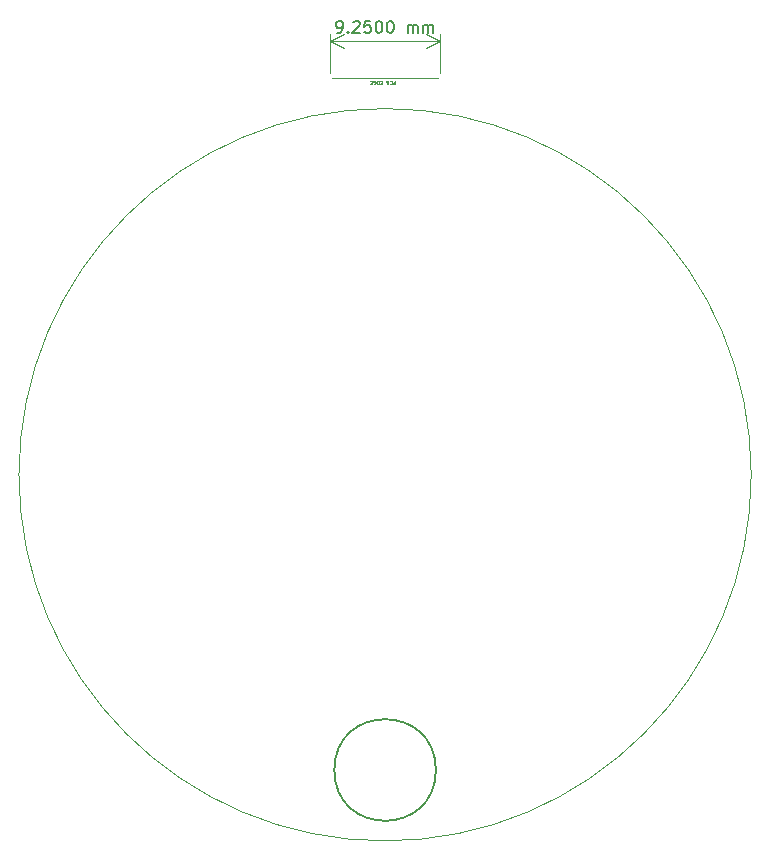
<source format=gbr>
%TF.GenerationSoftware,KiCad,Pcbnew,7.0.5*%
%TF.CreationDate,2023-07-02T01:00:18-05:00*%
%TF.ProjectId,RP2040,52503230-3430-42e6-9b69-6361645f7063,REV1*%
%TF.SameCoordinates,Original*%
%TF.FileFunction,Other,Comment*%
%FSLAX46Y46*%
G04 Gerber Fmt 4.6, Leading zero omitted, Abs format (unit mm)*
G04 Created by KiCad (PCBNEW 7.0.5) date 2023-07-02 01:00:18*
%MOMM*%
%LPD*%
G01*
G04 APERTURE LIST*
%ADD10C,0.150000*%
%ADD11C,0.100000*%
%ADD12C,0.037500*%
%ADD13C,0.120000*%
G04 APERTURE END LIST*
D10*
X-4047619Y37416563D02*
X-3857143Y37416563D01*
X-3857143Y37416563D02*
X-3761905Y37464182D01*
X-3761905Y37464182D02*
X-3714286Y37511801D01*
X-3714286Y37511801D02*
X-3619048Y37654658D01*
X-3619048Y37654658D02*
X-3571429Y37845135D01*
X-3571429Y37845135D02*
X-3571429Y38226087D01*
X-3571429Y38226087D02*
X-3619048Y38321325D01*
X-3619048Y38321325D02*
X-3666667Y38368944D01*
X-3666667Y38368944D02*
X-3761905Y38416563D01*
X-3761905Y38416563D02*
X-3952381Y38416563D01*
X-3952381Y38416563D02*
X-4047619Y38368944D01*
X-4047619Y38368944D02*
X-4095238Y38321325D01*
X-4095238Y38321325D02*
X-4142857Y38226087D01*
X-4142857Y38226087D02*
X-4142857Y37987992D01*
X-4142857Y37987992D02*
X-4095238Y37892754D01*
X-4095238Y37892754D02*
X-4047619Y37845135D01*
X-4047619Y37845135D02*
X-3952381Y37797516D01*
X-3952381Y37797516D02*
X-3761905Y37797516D01*
X-3761905Y37797516D02*
X-3666667Y37845135D01*
X-3666667Y37845135D02*
X-3619048Y37892754D01*
X-3619048Y37892754D02*
X-3571429Y37987992D01*
X-3142857Y37511801D02*
X-3095238Y37464182D01*
X-3095238Y37464182D02*
X-3142857Y37416563D01*
X-3142857Y37416563D02*
X-3190476Y37464182D01*
X-3190476Y37464182D02*
X-3142857Y37511801D01*
X-3142857Y37511801D02*
X-3142857Y37416563D01*
X-2714286Y38321325D02*
X-2666667Y38368944D01*
X-2666667Y38368944D02*
X-2571429Y38416563D01*
X-2571429Y38416563D02*
X-2333334Y38416563D01*
X-2333334Y38416563D02*
X-2238096Y38368944D01*
X-2238096Y38368944D02*
X-2190477Y38321325D01*
X-2190477Y38321325D02*
X-2142858Y38226087D01*
X-2142858Y38226087D02*
X-2142858Y38130849D01*
X-2142858Y38130849D02*
X-2190477Y37987991D01*
X-2190477Y37987991D02*
X-2761905Y37416563D01*
X-2761905Y37416563D02*
X-2142858Y37416563D01*
X-1238096Y38416563D02*
X-1714286Y38416563D01*
X-1714286Y38416563D02*
X-1761905Y37940372D01*
X-1761905Y37940372D02*
X-1714286Y37987991D01*
X-1714286Y37987991D02*
X-1619048Y38035610D01*
X-1619048Y38035610D02*
X-1380953Y38035610D01*
X-1380953Y38035610D02*
X-1285715Y37987991D01*
X-1285715Y37987991D02*
X-1238096Y37940372D01*
X-1238096Y37940372D02*
X-1190477Y37845134D01*
X-1190477Y37845134D02*
X-1190477Y37607039D01*
X-1190477Y37607039D02*
X-1238096Y37511801D01*
X-1238096Y37511801D02*
X-1285715Y37464182D01*
X-1285715Y37464182D02*
X-1380953Y37416563D01*
X-1380953Y37416563D02*
X-1619048Y37416563D01*
X-1619048Y37416563D02*
X-1714286Y37464182D01*
X-1714286Y37464182D02*
X-1761905Y37511801D01*
X-571429Y38416563D02*
X-476191Y38416563D01*
X-476191Y38416563D02*
X-380953Y38368943D01*
X-380953Y38368943D02*
X-333334Y38321324D01*
X-333334Y38321324D02*
X-285715Y38226086D01*
X-285715Y38226086D02*
X-238096Y38035610D01*
X-238096Y38035610D02*
X-238096Y37797515D01*
X-238096Y37797515D02*
X-285715Y37607039D01*
X-285715Y37607039D02*
X-333334Y37511801D01*
X-333334Y37511801D02*
X-380953Y37464182D01*
X-380953Y37464182D02*
X-476191Y37416563D01*
X-476191Y37416563D02*
X-571429Y37416563D01*
X-571429Y37416563D02*
X-666667Y37464182D01*
X-666667Y37464182D02*
X-714286Y37511801D01*
X-714286Y37511801D02*
X-761905Y37607039D01*
X-761905Y37607039D02*
X-809524Y37797515D01*
X-809524Y37797515D02*
X-809524Y38035610D01*
X-809524Y38035610D02*
X-761905Y38226086D01*
X-761905Y38226086D02*
X-714286Y38321325D01*
X-714286Y38321325D02*
X-666667Y38368944D01*
X-666667Y38368944D02*
X-571429Y38416563D01*
X380952Y38416562D02*
X476190Y38416562D01*
X476190Y38416562D02*
X571428Y38368943D01*
X571428Y38368943D02*
X619047Y38321324D01*
X619047Y38321324D02*
X666666Y38226086D01*
X666666Y38226086D02*
X714285Y38035610D01*
X714285Y38035610D02*
X714285Y37797515D01*
X714285Y37797515D02*
X666666Y37607038D01*
X666666Y37607038D02*
X619047Y37511800D01*
X619047Y37511800D02*
X571428Y37464181D01*
X571428Y37464181D02*
X476190Y37416562D01*
X476190Y37416562D02*
X380952Y37416562D01*
X380952Y37416562D02*
X285714Y37464181D01*
X285714Y37464181D02*
X238095Y37511800D01*
X238095Y37511800D02*
X190476Y37607039D01*
X190476Y37607039D02*
X142857Y37797515D01*
X142857Y37797515D02*
X142857Y38035610D01*
X142857Y38035610D02*
X190476Y38226086D01*
X190476Y38226086D02*
X238095Y38321324D01*
X238095Y38321324D02*
X285714Y38368943D01*
X285714Y38368943D02*
X380952Y38416562D01*
X1904762Y37416562D02*
X1904762Y38083229D01*
X1904762Y37987991D02*
X1952381Y38035610D01*
X1952381Y38035610D02*
X2047619Y38083229D01*
X2047619Y38083229D02*
X2190476Y38083229D01*
X2190476Y38083229D02*
X2285714Y38035610D01*
X2285714Y38035610D02*
X2333333Y37940371D01*
X2333333Y37940371D02*
X2333333Y37416562D01*
X2333333Y37940371D02*
X2380952Y38035610D01*
X2380952Y38035610D02*
X2476190Y38083229D01*
X2476190Y38083229D02*
X2619047Y38083229D01*
X2619047Y38083229D02*
X2714286Y38035609D01*
X2714286Y38035609D02*
X2761905Y37940371D01*
X2761905Y37940371D02*
X2761904Y37416562D01*
X3238095Y37416562D02*
X3238095Y38083228D01*
X3238095Y37987990D02*
X3285714Y38035609D01*
X3285714Y38035609D02*
X3380952Y38083228D01*
X3380952Y38083228D02*
X3523809Y38083228D01*
X3523809Y38083228D02*
X3619047Y38035609D01*
X3619047Y38035609D02*
X3666666Y37940371D01*
X3666666Y37940371D02*
X3666666Y37416562D01*
X3666666Y37940371D02*
X3714285Y38035609D01*
X3714285Y38035609D02*
X3809523Y38083228D01*
X3809523Y38083228D02*
X3952380Y38083228D01*
X3952380Y38083228D02*
X4047619Y38035609D01*
X4047619Y38035609D02*
X4095238Y37940371D01*
X4095238Y37940371D02*
X4095237Y37416562D01*
D11*
X-4625000Y34050000D02*
X-4625000Y37307802D01*
X4625000Y34049999D02*
X4625000Y37307801D01*
X-4625000Y36721382D02*
X4625000Y36721381D01*
X-4625000Y36721382D02*
X4625000Y36721381D01*
X-4625000Y36721382D02*
X-3498496Y37307803D01*
X-4625000Y36721382D02*
X-3498496Y36134961D01*
X4625000Y36721381D02*
X3498496Y36134960D01*
X4625000Y36721381D02*
X3498496Y37307802D01*
X31000137Y0D02*
G75*
G03*
X31000137Y0I-31000137J0D01*
G01*
D12*
%TO.C,P1*%
X878900Y33361336D02*
X878900Y33061336D01*
X878900Y33061336D02*
X764614Y33061336D01*
X764614Y33061336D02*
X736043Y33075622D01*
X736043Y33075622D02*
X721757Y33089908D01*
X721757Y33089908D02*
X707471Y33118479D01*
X707471Y33118479D02*
X707471Y33161336D01*
X707471Y33161336D02*
X721757Y33189908D01*
X721757Y33189908D02*
X736043Y33204193D01*
X736043Y33204193D02*
X764614Y33218479D01*
X764614Y33218479D02*
X878900Y33218479D01*
X407471Y33332765D02*
X421757Y33347050D01*
X421757Y33347050D02*
X464614Y33361336D01*
X464614Y33361336D02*
X493186Y33361336D01*
X493186Y33361336D02*
X536043Y33347050D01*
X536043Y33347050D02*
X564614Y33318479D01*
X564614Y33318479D02*
X578900Y33289908D01*
X578900Y33289908D02*
X593186Y33232765D01*
X593186Y33232765D02*
X593186Y33189908D01*
X593186Y33189908D02*
X578900Y33132765D01*
X578900Y33132765D02*
X564614Y33104193D01*
X564614Y33104193D02*
X536043Y33075622D01*
X536043Y33075622D02*
X493186Y33061336D01*
X493186Y33061336D02*
X464614Y33061336D01*
X464614Y33061336D02*
X421757Y33075622D01*
X421757Y33075622D02*
X407471Y33089908D01*
X178900Y33204193D02*
X136043Y33218479D01*
X136043Y33218479D02*
X121757Y33232765D01*
X121757Y33232765D02*
X107471Y33261336D01*
X107471Y33261336D02*
X107471Y33304193D01*
X107471Y33304193D02*
X121757Y33332765D01*
X121757Y33332765D02*
X136043Y33347050D01*
X136043Y33347050D02*
X164614Y33361336D01*
X164614Y33361336D02*
X278900Y33361336D01*
X278900Y33361336D02*
X278900Y33061336D01*
X278900Y33061336D02*
X178900Y33061336D01*
X178900Y33061336D02*
X150329Y33075622D01*
X150329Y33075622D02*
X136043Y33089908D01*
X136043Y33089908D02*
X121757Y33118479D01*
X121757Y33118479D02*
X121757Y33147050D01*
X121757Y33147050D02*
X136043Y33175622D01*
X136043Y33175622D02*
X150329Y33189908D01*
X150329Y33189908D02*
X178900Y33204193D01*
X178900Y33204193D02*
X278900Y33204193D01*
X-249671Y33204193D02*
X-349671Y33204193D01*
X-392528Y33361336D02*
X-249671Y33361336D01*
X-249671Y33361336D02*
X-249671Y33061336D01*
X-249671Y33061336D02*
X-392528Y33061336D01*
X-521100Y33361336D02*
X-521100Y33061336D01*
X-521100Y33061336D02*
X-592529Y33061336D01*
X-592529Y33061336D02*
X-635386Y33075622D01*
X-635386Y33075622D02*
X-663957Y33104193D01*
X-663957Y33104193D02*
X-678243Y33132765D01*
X-678243Y33132765D02*
X-692529Y33189908D01*
X-692529Y33189908D02*
X-692529Y33232765D01*
X-692529Y33232765D02*
X-678243Y33289908D01*
X-678243Y33289908D02*
X-663957Y33318479D01*
X-663957Y33318479D02*
X-635386Y33347050D01*
X-635386Y33347050D02*
X-592529Y33361336D01*
X-592529Y33361336D02*
X-521100Y33361336D01*
X-978243Y33075622D02*
X-949671Y33061336D01*
X-949671Y33061336D02*
X-906814Y33061336D01*
X-906814Y33061336D02*
X-863957Y33075622D01*
X-863957Y33075622D02*
X-835386Y33104193D01*
X-835386Y33104193D02*
X-821100Y33132765D01*
X-821100Y33132765D02*
X-806814Y33189908D01*
X-806814Y33189908D02*
X-806814Y33232765D01*
X-806814Y33232765D02*
X-821100Y33289908D01*
X-821100Y33289908D02*
X-835386Y33318479D01*
X-835386Y33318479D02*
X-863957Y33347050D01*
X-863957Y33347050D02*
X-906814Y33361336D01*
X-906814Y33361336D02*
X-935386Y33361336D01*
X-935386Y33361336D02*
X-978243Y33347050D01*
X-978243Y33347050D02*
X-992529Y33332765D01*
X-992529Y33332765D02*
X-992529Y33232765D01*
X-992529Y33232765D02*
X-935386Y33232765D01*
X-1121100Y33204193D02*
X-1221100Y33204193D01*
X-1263957Y33361336D02*
X-1121100Y33361336D01*
X-1121100Y33361336D02*
X-1121100Y33061336D01*
X-1121100Y33061336D02*
X-1263957Y33061336D01*
D10*
%TO.C,REF\u002A\u002A*%
X4300000Y-25000000D02*
G75*
G03*
X4300000Y-25000000I-4300000J0D01*
G01*
D13*
%TO.C,P1*%
X4500000Y33550000D02*
X-4500000Y33550000D01*
%TD*%
M02*

</source>
